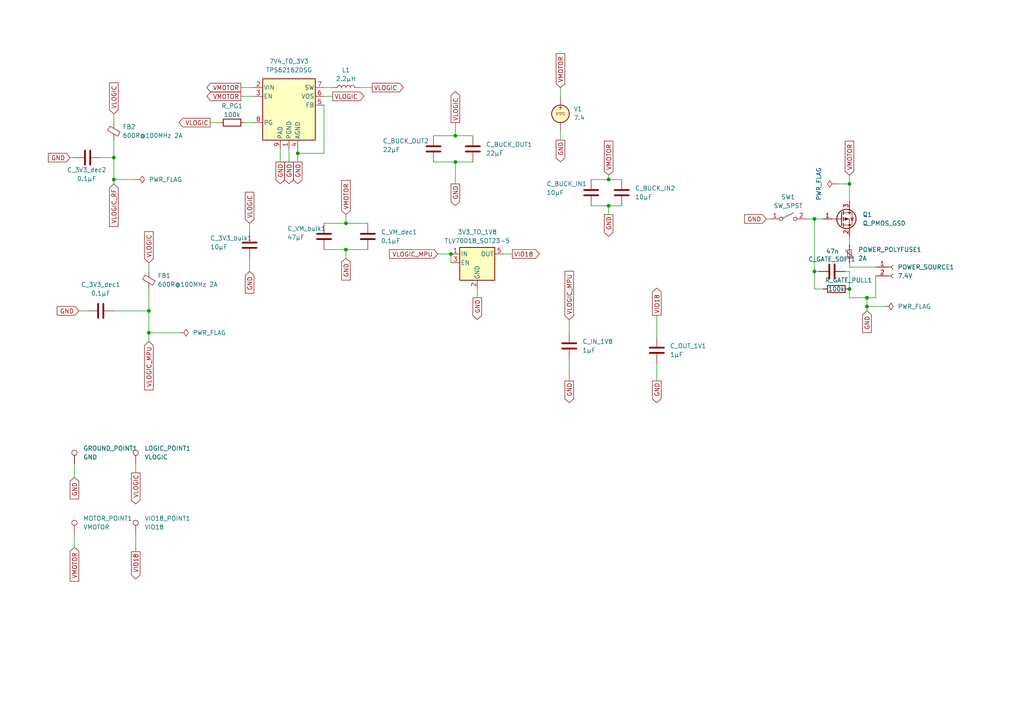
<source format=kicad_sch>
(kicad_sch (version 20250114) (generator "eeschema") (generator_version "9.0")
  (paper "A4")
  (lib_symbols
    (symbol "Connector:Conn_01x02_Socket" (pin_names (offset 1.016) (hide yes))
      (property "Reference" "J" (at 0 2.54 0))
      (property "Value" "Conn_01x02_Socket" (at 0 -5.08 0))
      (symbol "Conn_01x02_Socket_1_1"
        (polyline (pts (xy -1.27 0) (xy -0.508 0)) (stroke (width 0.1524)))
        (polyline (pts (xy -1.27 -2.54) (xy -0.508 -2.54)) (stroke (width 0.1524)))
        (arc (start 0 -0.508) (mid -0.5058 0) (end 0 0.508) (stroke (width 0.1524)))
        (arc (start 0 -3.048) (mid -0.5058 -2.54) (end 0 -2.032) (stroke (width 0.1524)))
        (pin passive line (at -5.08 0 0) (length 3.81) (name "Pin_1") (number "1"))
        (pin passive line (at -5.08 -2.54 0) (length 3.81) (name "Pin_2") (number "2"))
      )
    )
    (symbol "Connector:TestPoint" (pin_numbers (hide yes)) (pin_names (offset 0.762) (hide yes))
      (property "Reference" "TP" (at 0 6.858 0))
      (property "Value" "TestPoint" (at 0 5.08 0))
      (symbol "TestPoint_0_1"
        (circle (center 0 3.302) (radius 0.762))
      )
      (symbol "TestPoint_1_1"
        (pin passive line (at 0 0 90) (length 2.54) (name "1") (number "1"))
      )
    )
    (symbol "Device:C" (pin_numbers (hide yes)) (pin_names (offset 0.254))
      (property "Reference" "C" (at 0.635 2.54 0))
      (property "Value" "C" (at 0.635 -2.54 0))
      (symbol "C_0_1"
        (polyline (pts (xy -2.032 0.762) (xy 2.032 0.762)) (stroke (width 0.508)))
        (polyline (pts (xy -2.032 -0.762) (xy 2.032 -0.762)) (stroke (width 0.508)))
      )
      (symbol "C_1_1"
        (pin passive line (at 0 3.81 270) (length 2.794) (name "~") (number "1"))
        (pin passive line (at 0 -3.81 90) (length 2.794) (name "~") (number "2"))
      )
    )
    (symbol "Device:FerriteBead_Small" (pin_numbers (hide yes)) (pin_names (offset 0))
      (property "Reference" "FB" (at 1.905 1.27 0))
      (property "Value" "FerriteBead_Small" (at 1.905 -1.27 0))
      (symbol "FerriteBead_Small_0_1"
        (polyline (pts (xy -1.8288 0.2794) (xy -1.1176 1.4986) (xy 1.8288 -0.2032) (xy 1.1176 -1.4224) (xy -1.8288 0.2794)))
        (polyline (pts (xy 0 0.889) (xy 0 1.2954)))
        (polyline (pts (xy 0 -1.27) (xy 0 -0.7874)))
      )
      (symbol "FerriteBead_Small_1_1"
        (pin passive line (at 0 2.54 270) (length 1.27) (name "~") (number "1"))
        (pin passive line (at 0 -2.54 90) (length 1.27) (name "~") (number "2"))
      )
    )
    (symbol "Device:L" (pin_numbers (hide yes)) (pin_names (offset 1.016) (hide yes))
      (property "Reference" "L" (at -1.27 0 90))
      (property "Value" "L" (at 1.905 0 90))
      (symbol "L_0_1"
        (arc (start 0 2.54) (mid 0.6323 1.905) (end 0 1.27))
        (arc (start 0 1.27) (mid 0.6323 0.635) (end 0 0))
        (arc (start 0 0) (mid 0.6323 -0.635) (end 0 -1.27))
        (arc (start 0 -1.27) (mid 0.6323 -1.905) (end 0 -2.54))
      )
      (symbol "L_1_1"
        (pin passive line (at 0 3.81 270) (length 1.27) (name "1") (number "1"))
        (pin passive line (at 0 -3.81 90) (length 1.27) (name "2") (number "2"))
      )
    )
    (symbol "Device:Polyfuse_Small" (pin_numbers (hide yes)) (pin_names (offset 0))
      (property "Reference" "F" (at -1.905 0 90))
      (property "Value" "Polyfuse_Small" (at 1.905 0 90))
      (symbol "Polyfuse_Small_0_1"
        (polyline (pts (xy -1.016 1.27) (xy -1.016 0.762) (xy 1.016 -0.762) (xy 1.016 -1.27)))
        (rectangle (start -0.508 1.27) (end 0.508 -1.27))
        (polyline (pts (xy 0 2.54) (xy 0 -2.54)))
      )
      (symbol "Polyfuse_Small_1_1"
        (pin passive line (at 0 2.54 270) (length 0.635) (name "~") (number "1"))
        (pin passive line (at 0 -2.54 90) (length 0.635) (name "~") (number "2"))
      )
    )
    (symbol "Device:R" (pin_numbers (hide yes)) (pin_names (offset 0))
      (property "Reference" "R" (at 2.032 0 90))
      (property "Value" "R" (at 0 0 90))
      (symbol "R_0_1"
        (rectangle (start -1.016 -2.54) (end 1.016 2.54) (stroke (width 0.254)))
      )
      (symbol "R_1_1"
        (pin passive line (at 0 3.81 270) (length 1.27) (name "~") (number "1"))
        (pin passive line (at 0 -3.81 90) (length 1.27) (name "~") (number "2"))
      )
    )
    (symbol "Regulator_Linear:TLV70018_SOT23-5" (pin_names (offset 0.254))
      (property "Reference" "U" (at -3.81 5.715 0))
      (property "Value" "TLV70018_SOT23-5" (at 0 5.715 0))
      (symbol "TLV70018_SOT23-5_0_1"
        (rectangle (start -5.08 4.445) (end 5.08 -5.08) (stroke (width 0.254)) (fill (type background)))
      )
      (symbol "TLV70018_SOT23-5_1_1"
        (pin power_in line (at -7.62 2.54 0) (length 2.54) (name "IN") (number "1"))
        (pin input line (at -7.62 0 0) (length 2.54) (name "EN") (number "3"))
        (pin power_in line (at 0 -7.62 90) (length 2.54) (name "GND") (number "2"))
        (pin no_connect line (at 5.08 0 180) (length 2.54) (hide yes) (name "NC") (number "4"))
        (pin power_out line (at 7.62 2.54 180) (length 2.54) (name "OUT") (number "5"))
      )
    )
    (symbol "Regulator_Switching:TPS62162DSG" (pin_names (offset 0.254))
      (property "Reference" "U" (at -7.62 11.43 0))
      (property "Value" "TPS62162DSG" (at -1.27 11.43 0))
      (symbol "TPS62162DSG_0_1"
        (rectangle (start -7.62 10.16) (end 7.62 -7.62) (stroke (width 0.254)) (fill (type background)))
      )
      (symbol "TPS62162DSG_1_1"
        (pin power_in line (at -10.16 7.62 0) (length 2.54) (name "VIN") (number "2"))
        (pin input line (at -10.16 5.08 0) (length 2.54) (name "EN") (number "3"))
        (pin open_collector line (at -10.16 -2.54 0) (length 2.54) (name "PG") (number "8"))
        (pin power_in line (at -2.54 -10.16 90) (length 2.54) (name "PAD") (number "9"))
        (pin power_in line (at 0 -10.16 90) (length 2.54) (name "PGND") (number "1"))
        (pin power_in line (at 2.54 -10.16 90) (length 2.54) (name "AGND") (number "4"))
        (pin output line (at 10.16 7.62 180) (length 2.54) (name "SW") (number "7"))
        (pin input line (at 10.16 5.08 180) (length 2.54) (name "VOS") (number "6"))
        (pin input line (at 10.16 2.54 180) (length 2.54) (name "FB") (number "5"))
      )
    )
    (symbol "Simulation_SPICE:VDC" (pin_numbers (hide yes)) (pin_names (offset 0.0254))
      (property "Reference" "V" (at 2.54 2.54 0))
      (property "Value" "1" (at 2.54 0 0))
      (symbol "VDC_0_0"
        (polyline (pts (xy -1.27 0.254) (xy 1.27 0.254)))
        (polyline (pts (xy -0.762 -0.254) (xy -1.27 -0.254)))
        (polyline (pts (xy 0.254 -0.254) (xy -0.254 -0.254)))
        (polyline (pts (xy 1.27 -0.254) (xy 0.762 -0.254)))
        (text "+" (at 0 1.905 0) (effects (font (size 1.27 1.27))))
      )
      (symbol "VDC_0_1"
        (circle (center 0 0) (radius 2.54) (stroke (width 0.254)) (fill (type background)))
      )
      (symbol "VDC_1_1"
        (pin passive line (at 0 5.08 270) (length 2.54) (name "~") (number "1"))
        (pin passive line (at 0 -5.08 90) (length 2.54) (name "~") (number "2"))
      )
    )
    (symbol "Switch:SW_SPST" (pin_names (offset 0) (hide yes))
      (property "Reference" "SW" (at 0 3.175 0))
      (property "Value" "SW_SPST" (at 0 -2.54 0))
      (symbol "SW_SPST_0_0"
        (circle (center -2.032 0) (radius 0.508))
        (polyline (pts (xy -1.524 0.254) (xy 1.524 1.778)))
        (circle (center 2.032 0) (radius 0.508))
      )
      (symbol "SW_SPST_1_1"
        (pin passive line (at -5.08 0 0) (length 2.54) (name "A") (number "1"))
        (pin passive line (at 5.08 0 180) (length 2.54) (name "B") (number "2"))
      )
    )
    (symbol "Transistor_FET:Q_PMOS_GSD" (pin_names (offset 0) (hide yes))
      (property "Reference" "Q" (at 5.08 1.905 0))
      (property "Value" "Q_PMOS_GSD" (at 5.08 0 0))
      (symbol "Q_PMOS_GSD_0_1"
        (polyline (pts (xy 0.254 1.905) (xy 0.254 -1.905)) (stroke (width 0.254)))
        (polyline (pts (xy 0.254 0) (xy -2.54 0)))
        (polyline (pts (xy 0.762 2.286) (xy 0.762 1.27)) (stroke (width 0.254)))
        (polyline (pts (xy 0.762 1.778) (xy 3.302 1.778) (xy 3.302 -1.778) (xy 0.762 -1.778)))
        (polyline (pts (xy 0.762 0.508) (xy 0.762 -0.508)) (stroke (width 0.254)))
        (polyline (pts (xy 0.762 -1.27) (xy 0.762 -2.286)) (stroke (width 0.254)))
        (circle (center 1.651 0) (radius 2.794) (stroke (width 0.254)))
        (polyline (pts (xy 2.286 0) (xy 1.27 0.381) (xy 1.27 -0.381) (xy 2.286 0)) (fill (type outline)))
        (polyline (pts (xy 2.54 2.54) (xy 2.54 1.778)))
        (circle (center 2.54 1.778) (radius 0.254) (fill (type outline)))
        (circle (center 2.54 -1.778) (radius 0.254) (fill (type outline)))
        (polyline (pts (xy 2.54 -2.54) (xy 2.54 0) (xy 0.762 0)))
        (polyline (pts (xy 2.921 -0.381) (xy 3.683 -0.381)))
        (polyline (pts (xy 3.302 -0.381) (xy 2.921 0.254) (xy 3.683 0.254) (xy 3.302 -0.381)))
      )
      (symbol "Q_PMOS_GSD_1_1"
        (pin input line (at -5.08 0 0) (length 2.54) (name "G") (number "1"))
        (pin passive line (at 2.54 5.08 270) (length 2.54) (name "D") (number "3"))
        (pin passive line (at 2.54 -5.08 90) (length 2.54) (name "S") (number "2"))
      )
    )
    (symbol "power:PWR_FLAG" (power) (pin_numbers (hide yes)) (pin_names (offset 0) (hide yes))
      (property "Value" "PWR_FLAG" (at 0 3.81 0))
      (symbol "PWR_FLAG_0_0"
        (pin power_out line (at 0 0 90) (length 0) (name "~") (number "1"))
      )
      (symbol "PWR_FLAG_0_1"
        (polyline (pts (xy 0 0) (xy 0 1.27) (xy -1.016 1.905) (xy 0 2.54) (xy 1.016 1.905) (xy 0 1.27)))
      )
    )
  )
  (junction (at 33.02 52.07))
  (junction (at 246.38 83.82))
  (junction (at 86.36 44.45))
  (junction (at 251.46 88.9))
  (junction (at 43.18 90.17))
  (junction (at 176.53 59.69))
  (junction (at 246.38 53.34))
  (junction (at 251.46 86.36))
  (junction (at 100.33 72.39))
  (junction (at 132.08 39.37))
  (junction (at 100.33 64.77))
  (junction (at 132.08 46.99))
  (junction (at 33.02 45.72))
  (junction (at 43.18 96.52))
  (junction (at 236.22 78.74))
  (junction (at 236.22 63.5))
  (junction (at 176.53 52.07))
  (junction (at 130.81 73.66))
  (wire (pts (xy 242.57 53.34) (xy 246.38 53.34)))
  (wire (pts (xy 43.18 83.82) (xy 43.18 90.17)))
  (wire (pts (xy 162.56 25.4) (xy 162.56 27.94)))
  (wire (pts (xy 69.85 27.94) (xy 73.66 27.94)))
  (wire (pts (xy 43.18 96.52) (xy 43.18 99.06)))
  (wire (pts (xy 176.53 52.07) (xy 180.34 52.07)))
  (wire (pts (xy 93.98 44.45) (xy 86.36 44.45)))
  (wire (pts (xy 39.37 154.94) (xy 39.37 160.02)))
  (wire (pts (xy 162.56 38.1) (xy 162.56 40.64)))
  (wire (pts (xy 69.85 25.4) (xy 73.66 25.4)))
  (wire (pts (xy 21.59 154.94) (xy 21.59 158.75)))
  (wire (pts (xy 83.82 43.18) (xy 83.82 46.99)))
  (wire (pts (xy 21.59 134.62) (xy 21.59 138.43)))
  (wire (pts (xy 33.02 52.07) (xy 33.02 53.34)))
  (wire (pts (xy 190.5 91.44) (xy 190.5 97.79)))
  (wire (pts (xy 43.18 76.2) (xy 43.18 78.74)))
  (wire (pts (xy 100.33 64.77) (xy 106.68 64.77)))
  (wire (pts (xy 251.46 88.9) (xy 251.46 90.17)))
  (wire (pts (xy 71.12 35.56) (xy 73.66 35.56)))
  (wire (pts (xy 93.98 30.48) (xy 93.98 44.45)))
  (wire (pts (xy 246.38 83.82) (xy 246.38 86.36)))
  (wire (pts (xy 165.1 104.14) (xy 165.1 110.49)))
  (wire (pts (xy 254 86.36) (xy 251.46 86.36)))
  (wire (pts (xy 132.08 46.99) (xy 137.16 46.99)))
  (wire (pts (xy 246.38 86.36) (xy 251.46 86.36)))
  (wire (pts (xy 236.22 83.82) (xy 238.76 83.82)))
  (wire (pts (xy 251.46 86.36) (xy 251.46 88.9)))
  (wire (pts (xy 100.33 72.39) (xy 106.68 72.39)))
  (wire (pts (xy 190.5 105.41) (xy 190.5 110.49)))
  (wire (pts (xy 100.33 72.39) (xy 100.33 74.93)))
  (wire (pts (xy 104.14 25.4) (xy 107.95 25.4)))
  (wire (pts (xy 125.73 39.37) (xy 132.08 39.37)))
  (wire (pts (xy 52.07 96.52) (xy 43.18 96.52)))
  (wire (pts (xy 233.68 63.5) (xy 236.22 63.5)))
  (wire (pts (xy 33.02 90.17) (xy 43.18 90.17)))
  (wire (pts (xy 39.37 134.62) (xy 39.37 137.16)))
  (wire (pts (xy 236.22 63.5) (xy 236.22 78.74)))
  (wire (pts (xy 236.22 63.5) (xy 238.76 63.5)))
  (wire (pts (xy 236.22 78.74) (xy 237.49 78.74)))
  (wire (pts (xy 246.38 68.58) (xy 246.38 71.12)))
  (wire (pts (xy 245.11 78.74) (xy 246.38 78.74)))
  (wire (pts (xy 125.73 46.99) (xy 132.08 46.99)))
  (wire (pts (xy 93.98 25.4) (xy 96.52 25.4)))
  (wire (pts (xy 72.39 64.77) (xy 72.39 67.31)))
  (wire (pts (xy 93.98 64.77) (xy 100.33 64.77)))
  (wire (pts (xy 86.36 43.18) (xy 86.36 44.45)))
  (wire (pts (xy 132.08 46.99) (xy 132.08 53.34)))
  (wire (pts (xy 93.98 27.94) (xy 96.52 27.94)))
  (wire (pts (xy 33.02 52.07) (xy 39.37 52.07)))
  (wire (pts (xy 246.38 53.34) (xy 246.38 58.42)))
  (wire (pts (xy 222.25 63.5) (xy 223.52 63.5)))
  (wire (pts (xy 246.38 53.34) (xy 246.38 50.8)))
  (wire (pts (xy 176.53 59.69) (xy 176.53 62.23)))
  (wire (pts (xy 33.02 40.64) (xy 33.02 45.72)))
  (wire (pts (xy 146.05 73.66) (xy 148.59 73.66)))
  (wire (pts (xy 138.43 83.82) (xy 138.43 86.36)))
  (wire (pts (xy 127 73.66) (xy 130.81 73.66)))
  (wire (pts (xy 176.53 59.69) (xy 180.34 59.69)))
  (wire (pts (xy 246.38 76.2) (xy 246.38 77.47)))
  (wire (pts (xy 100.33 62.23) (xy 100.33 64.77)))
  (wire (pts (xy 20.32 45.72) (xy 21.59 45.72)))
  (wire (pts (xy 81.28 43.18) (xy 81.28 46.99)))
  (wire (pts (xy 33.02 33.02) (xy 33.02 35.56)))
  (wire (pts (xy 171.45 59.69) (xy 176.53 59.69)))
  (wire (pts (xy 165.1 92.71) (xy 165.1 96.52)))
  (wire (pts (xy 176.53 50.8) (xy 176.53 52.07)))
  (wire (pts (xy 60.96 35.56) (xy 63.5 35.56)))
  (wire (pts (xy 246.38 78.74) (xy 246.38 83.82)))
  (wire (pts (xy 93.98 72.39) (xy 100.33 72.39)))
  (wire (pts (xy 251.46 88.9) (xy 256.54 88.9)))
  (wire (pts (xy 33.02 45.72) (xy 33.02 52.07)))
  (wire (pts (xy 22.86 90.17) (xy 25.4 90.17)))
  (wire (pts (xy 86.36 44.45) (xy 86.36 46.99)))
  (wire (pts (xy 130.81 73.66) (xy 130.81 76.2)))
  (wire (pts (xy 171.45 52.07) (xy 176.53 52.07)))
  (wire (pts (xy 254 80.01) (xy 254 86.36)))
  (wire (pts (xy 29.21 45.72) (xy 33.02 45.72)))
  (wire (pts (xy 236.22 78.74) (xy 236.22 83.82)))
  (wire (pts (xy 72.39 74.93) (xy 72.39 78.74)))
  (wire (pts (xy 246.38 77.47) (xy 254 77.47)))
  (wire (pts (xy 132.08 35.56) (xy 132.08 39.37)))
  (wire (pts (xy 132.08 39.37) (xy 137.16 39.37)))
  (wire (pts (xy 43.18 90.17) (xy 43.18 96.52)))
  (global_label "VMOTOR" (shape input) (at 21.59 158.75 270) (property "Intersheetrefs" "${INTERSHEET_REFS}" (effects (hide yes))))
  (global_label "GND" (shape output) (at 81.28 46.99 270) (property "Intersheetrefs" "${INTERSHEET_REFS}" (effects (hide yes))))
  (global_label "VLOGIC_MPU" (shape input) (at 127 73.66 180) (property "Intersheetrefs" "${INTERSHEET_REFS}" (effects (hide yes))))
  (global_label "VLOGIC_MPU" (shape input) (at 165.1 92.71 90) (property "Intersheetrefs" "${INTERSHEET_REFS}" (effects (hide yes))))
  (global_label "GND" (shape output) (at 132.08 53.34 270) (property "Intersheetrefs" "${INTERSHEET_REFS}" (effects (hide yes))))
  (global_label "VLOGIC" (shape output) (at 39.37 137.16 270) (property "Intersheetrefs" "${INTERSHEET_REFS}" (effects (hide yes))))
  (global_label "VLOGIC_MPU" (shape input) (at 43.18 99.06 270) (property "Intersheetrefs" "${INTERSHEET_REFS}" (effects (hide yes))))
  (global_label "GND" (shape input) (at 251.46 90.17 270) (property "Intersheetrefs" "${INTERSHEET_REFS}" (effects (hide yes))))
  (global_label "GND" (shape output) (at 176.53 62.23 270) (property "Intersheetrefs" "${INTERSHEET_REFS}" (effects (hide yes))))
  (global_label "VMOTOR" (shape output) (at 69.85 27.94 180) (property "Intersheetrefs" "${INTERSHEET_REFS}" (effects (hide yes))))
  (global_label "VLOGIC" (shape input) (at 33.02 33.02 90) (property "Intersheetrefs" "${INTERSHEET_REFS}" (effects (hide yes))))
  (global_label "VLOGIC_RF" (shape input) (at 33.02 53.34 270) (property "Intersheetrefs" "${INTERSHEET_REFS}" (effects (hide yes))))
  (global_label "GND" (shape output) (at 138.43 86.36 270) (property "Intersheetrefs" "${INTERSHEET_REFS}" (effects (hide yes))))
  (global_label "GND" (shape input) (at 100.33 74.93 270) (property "Intersheetrefs" "${INTERSHEET_REFS}" (effects (hide yes))))
  (global_label "GND" (shape input) (at 222.25 63.5 180) (property "Intersheetrefs" "${INTERSHEET_REFS}" (effects (hide yes))))
  (global_label "VMOTOR" (shape output) (at 69.85 25.4 180) (property "Intersheetrefs" "${INTERSHEET_REFS}" (effects (hide yes))))
  (global_label "VLOGIC" (shape output) (at 60.96 35.56 180) (property "Intersheetrefs" "${INTERSHEET_REFS}" (effects (hide yes))))
  (global_label "VIO18" (shape output) (at 148.59 73.66 0) (property "Intersheetrefs" "${INTERSHEET_REFS}" (effects (hide yes))))
  (global_label "VLOGIC" (shape output) (at 107.95 25.4 0) (property "Intersheetrefs" "${INTERSHEET_REFS}" (effects (hide yes))))
  (global_label "GND" (shape output) (at 165.1 110.49 270) (property "Intersheetrefs" "${INTERSHEET_REFS}" (effects (hide yes))))
  (global_label "VIO18" (shape output) (at 39.37 160.02 270) (property "Intersheetrefs" "${INTERSHEET_REFS}" (effects (hide yes))))
  (global_label "GND" (shape output) (at 83.82 46.99 270) (property "Intersheetrefs" "${INTERSHEET_REFS}" (effects (hide yes))))
  (global_label "GND" (shape output) (at 86.36 46.99 270) (property "Intersheetrefs" "${INTERSHEET_REFS}" (effects (hide yes))))
  (global_label "VIO18" (shape output) (at 190.5 91.44 90) (property "Intersheetrefs" "${INTERSHEET_REFS}" (effects (hide yes))))
  (global_label "VLOGIC" (shape input) (at 72.39 64.77 90) (property "Intersheetrefs" "${INTERSHEET_REFS}" (effects (hide yes))))
  (global_label "VLOGIC" (shape input) (at 43.18 76.2 90) (property "Intersheetrefs" "${INTERSHEET_REFS}" (effects (hide yes))))
  (global_label "VLOGIC" (shape output) (at 132.08 35.56 90) (property "Intersheetrefs" "${INTERSHEET_REFS}" (effects (hide yes))))
  (global_label "GND" (shape input) (at 22.86 90.17 180) (property "Intersheetrefs" "${INTERSHEET_REFS}" (effects (hide yes))))
  (global_label "GND" (shape output) (at 162.56 40.64 270) (property "Intersheetrefs" "${INTERSHEET_REFS}" (effects (hide yes))))
  (global_label "VMOTOR" (shape input) (at 100.33 62.23 90) (property "Intersheetrefs" "${INTERSHEET_REFS}" (effects (hide yes))))
  (global_label "GND" (shape output) (at 190.5 110.49 270) (property "Intersheetrefs" "${INTERSHEET_REFS}" (effects (hide yes))))
  (global_label "VLOGIC" (shape output) (at 96.52 27.94 0) (property "Intersheetrefs" "${INTERSHEET_REFS}" (effects (hide yes))))
  (global_label "VMOTOR" (shape input) (at 162.56 25.4 90) (property "Intersheetrefs" "${INTERSHEET_REFS}" (effects (hide yes))))
  (global_label "GND" (shape input) (at 21.59 138.43 270) (property "Intersheetrefs" "${INTERSHEET_REFS}" (effects (hide yes))))
  (global_label "VMOTOR" (shape input) (at 246.38 50.8 90) (property "Intersheetrefs" "${INTERSHEET_REFS}" (effects (hide yes))))
  (global_label "GND" (shape input) (at 20.32 45.72 180) (property "Intersheetrefs" "${INTERSHEET_REFS}" (effects (hide yes))))
  (global_label "VMOTOR" (shape input) (at 176.53 50.8 90) (property "Intersheetrefs" "${INTERSHEET_REFS}" (effects (hide yes))))
  (global_label "GND" (shape input) (at 72.39 78.74 270) (property "Intersheetrefs" "${INTERSHEET_REFS}" (effects (hide yes))))
  (symbol (lib_id "Device:C") (at 190.5 101.6 0) (unit 1)
    (property "Reference" "C_OUT_1V1" (at 194.31 100.3299 0) (effects (justify left)))
    (property "Value" "1µF" (at 194.31 102.8699 0) (effects (justify left)))
    (property "Footprint" "Capacitor_SMD:C_0603_1608Metric" (effects (hide yes)))
    (property "Description" "Unpolarized capacitor" (effects (hide yes)))
  )
  (symbol (lib_id "Device:C") (at 180.34 55.88 0) (unit 1)
    (property "Reference" "C_BUCK_IN2" (at 184.15 54.6099 0) (effects (justify left)))
    (property "Value" "10µF" (at 184.15 57.1499 0) (effects (justify left)))
    (property "Footprint" "Capacitor_SMD:C_0805_2012Metric" (effects (hide yes)))
    (property "Description" "Unpolarized capacitor" (effects (hide yes)))
  )
  (symbol (lib_id "Device:C") (at 241.3 78.74 270) (unit 1)
    (property "Reference" "C_GATE_SOFT1" (at 248.158 75.184 90) (effects (justify right)))
    (property "Value" "47n" (at 243.332 72.898 90) (effects (justify right)))
    (property "Footprint" "Capacitor_SMD:C_0805_2012Metric" (effects (hide yes)))
    (property "Description" "Unpolarized capacitor" (effects (hide yes)))
  )
  (symbol (lib_id "Device:C") (at 137.16 43.18 0) (unit 1)
    (property "Reference" "C_BUCK_OUT1" (at 140.97 41.9099 0) (effects (justify left)))
    (property "Value" "22µF" (at 140.97 44.4499 0) (effects (justify left)))
    (property "Footprint" "Capacitor_SMD:C_0805_2012Metric" (effects (hide yes)))
    (property "Description" "Unpolarized capacitor" (effects (hide yes)))
  )
  (symbol (lib_id "Device:C") (at 125.73 43.18 0) (unit 1)
    (property "Reference" "C_BUCK_OUT2" (at 110.998 40.894 0) (effects (justify left)))
    (property "Value" "22µF" (at 110.998 43.434 0) (effects (justify left)))
    (property "Footprint" "Capacitor_SMD:C_0805_2012Metric" (effects (hide yes)))
    (property "Description" "Unpolarized capacitor" (effects (hide yes)))
  )
  (symbol (lib_id "Regulator_Linear:TLV70018_SOT23-5") (at 138.43 76.2 0) (unit 1)
    (property "Reference" "3V3_TO_1V8" (at 138.43 67.31 0))
    (property "Value" "TLV70018_SOT23-5" (at 138.43 69.85 0))
    (property "Footprint" "Package_TO_SOT_SMD:SOT-23-5" (effects (hide yes)))
    (property "Datasheet" "http://www.ti.com/lit/ds/symlink/tlv700.pdf" (effects (hide yes)))
    (property "Description" "200mA Low Dropout Voltage Regulator, Fixed Output 1.8V, SOT-23-5" (effects (hide yes)))
    (property "Sim.Library" "/Users/msk-hq-nb-1221/pcb/multivibrator/magnitrometr/sim/models/tlv70018_avg5.lib" (effects (hide yes)))
    (property "Sim.Name" "TLV70018_AVG_5P" (effects (hide yes)))
    (property "Sim.Device" "SUBCKT" (effects (hide yes)))
    (property "Sim.Pins" "1=IN 2=GND 3=EN 4=NC 5=OUT" (effects (hide yes)))
  )
  (symbol (lib_id "Device:L") (at 100.33 25.4 90) (unit 1)
    (property "Reference" "L1" (at 100.33 20.32 90))
    (property "Value" "2.2µH" (at 100.33 22.86 90))
    (property "Footprint" "Inductor_SMD:L_1008_2520Metric" (effects (hide yes)))
    (property "Description" "Inductor" (effects (hide yes)))
  )
  (symbol (lib_id "Device:FerriteBead_Small") (at 33.02 38.1 0) (unit 1)
    (property "Reference" "FB2" (at 35.56 36.7918 0) (effects (justify left)))
    (property "Value" "600R@100MHz 2A" (at 35.56 39.3318 0) (effects (justify left)))
    (property "Footprint" "Inductor_SMD:L_0805_2012Metric" (effects (hide yes)))
    (property "Description" "Ferrite bead, small symbol" (effects (hide yes)))
    (property "Sim.Library" "/Users/msk-hq-nb-1221/pcb/multivibrator/magnitrometr/sim/models/fbead_600.lib" (effects (hide yes)))
    (property "Sim.Name" "FBEAD" (effects (hide yes)))
    (property "Sim.Device" "SUBCKT" (effects (hide yes)))
    (property "Sim.Pins" "1=P 2=N" (effects (hide yes)))
  )
  (symbol (lib_id "Device:R") (at 67.31 35.56 90) (unit 1)
    (property "Reference" "R_PG1" (at 67.31 30.734 90))
    (property "Value" "100k" (at 67.31 33.274 90))
    (property "Footprint" "Resistor_SMD:R_0603_1608Metric" (effects (hide yes)))
    (property "Description" "Resistor" (effects (hide yes)))
  )
  (symbol (lib_id "Device:FerriteBead_Small") (at 43.18 81.28 0) (unit 1)
    (property "Reference" "FB1" (at 45.72 79.9718 0) (effects (justify left)))
    (property "Value" "600R@100MHz 2A" (at 45.72 82.5118 0) (effects (justify left)))
    (property "Footprint" "Inductor_SMD:L_0805_2012Metric" (effects (hide yes)))
    (property "Description" "Ferrite bead, small symbol" (effects (hide yes)))
    (property "Sim.Library" "/Users/msk-hq-nb-1221/pcb/multivibrator/magnitrometr/sim/models/fbead_600.lib" (effects (hide yes)))
    (property "Sim.Name" "FBEAD" (effects (hide yes)))
    (property "Sim.Device" "SUBCKT" (effects (hide yes)))
    (property "Sim.Pins" "1=P 2=N" (effects (hide yes)))
  )
  (symbol (lib_id "Device:C") (at 93.98 68.58 0) (unit 1)
    (property "Reference" "C_VM_bulk1" (at 83.312 66.294 0) (effects (justify left)))
    (property "Value" "47µF" (at 83.312 68.834 0) (effects (justify left)))
    (property "Footprint" "Capacitor_SMD:CP_Elec_5x5.8" (effects (hide yes)))
    (property "Description" "Unpolarized capacitor" (effects (hide yes)))
  )
  (symbol (lib_id "power:PWR_FLAG") (at 256.54 88.9 270) (unit 1)
    (property "Reference" "#FLG01" (effects (hide yes)))
    (property "Value" "PWR_FLAG" (at 260.35 88.8999 90) (effects (justify left)))
    (property "Description" "Special symbol for telling ERC where power comes from" (effects (hide yes)))
  )
  (symbol (lib_id "Device:C") (at 25.4 45.72 270) (unit 1)
    (property "Reference" "C_3V3_dec2" (at 25.146 49.276 90))
    (property "Value" "0.1µF" (at 25.146 51.816 90))
    (property "Footprint" "Capacitor_SMD:C_0603_1608Metric" (effects (hide yes)))
    (property "Description" "Unpolarized capacitor" (effects (hide yes)))
  )
  (symbol (lib_id "Device:C") (at 106.68 68.58 0) (unit 1)
    (property "Reference" "C_VM_dec1" (at 110.49 67.3099 0) (effects (justify left)))
    (property "Value" "0.1µF" (at 110.49 69.8499 0) (effects (justify left)))
    (property "Footprint" "Capacitor_SMD:C_0603_1608Metric" (effects (hide yes)))
    (property "Description" "Unpolarized capacitor" (effects (hide yes)))
  )
  (symbol (lib_id "Device:R") (at 242.57 83.82 270) (unit 1)
    (property "Reference" "R_GATE_PULL1" (at 246.126 81.28 90))
    (property "Value" "100k" (at 242.57 83.82 90))
    (property "Footprint" "Resistor_SMD:R_0612_1632Metric" (effects (hide yes)))
    (property "Description" "Resistor" (effects (hide yes)))
  )
  (symbol (lib_id "Device:C") (at 165.1 100.33 0) (unit 1)
    (property "Reference" "C_IN_1V8" (at 168.91 99.0599 0) (effects (justify left)))
    (property "Value" "1µF" (at 168.91 101.5999 0) (effects (justify left)))
    (property "Footprint" "Capacitor_SMD:C_0603_1608Metric" (effects (hide yes)))
    (property "Description" "Unpolarized capacitor" (effects (hide yes)))
  )
  (symbol (lib_id "power:PWR_FLAG") (at 52.07 96.52 270) (mirror x) (unit 1)
    (property "Reference" "#FLG03" (effects (hide yes)))
    (property "Value" "PWR_FLAG" (at 55.88 96.52 90) (effects (justify left)))
    (property "Description" "Special symbol for telling ERC where power comes from" (effects (hide yes)))
  )
  (symbol (lib_id "Switch:SW_SPST") (at 228.6 63.5 0) (unit 1) (exclude_from_sim yes)
    (property "Reference" "SW1" (at 228.6 57.15 0))
    (property "Value" "SW_SPST" (at 228.6 59.69 0))
    (property "Footprint" "Button_Switch_SMD:SW_SPDT_PCM12" (effects (hide yes)))
    (property "Description" "Single Pole Single Throw (SPST) switch" (effects (hide yes)))
  )
  (symbol (lib_id "Transistor_FET:Q_PMOS_GSD") (at 243.84 63.5 0) (unit 1) (exclude_from_sim yes)
    (property "Reference" "Q1" (at 250.19 62.2299 0) (effects (justify left)))
    (property "Value" "Q_PMOS_GSD" (at 250.19 64.7699 0) (effects (justify left)))
    (property "Footprint" "Package_TO_SOT_SMD:SOT-23" (effects (hide yes)))
    (property "Description" "P-MOSFET transistor, gate/source/drain" (effects (hide yes)))
  )
  (symbol (lib_id "Regulator_Switching:TPS62162DSG") (at 83.82 33.02 0) (unit 1)
    (property "Reference" "7V4_TO_3V3" (at 83.82 17.78 0))
    (property "Value" "TPS62162DSG" (at 83.82 20.32 0))
    (property "Footprint" "Package_SON:WSON-8-1EP_2x2mm_P0.5mm_EP0.9x1.6mm_ThermalVias" (effects (hide yes)))
    (property "Datasheet" "http://www.ti.com/lit/ds/symlink/tps62160.pdf" (effects (hide yes)))
    (property "Description" "1A Step-Down Converter with DCS-Control, fixed 3.3V output, 3-17V input voltage, WSON-8" (effects (hide yes)))
    (property "Sim.Library" "/Users/msk-hq-nb-1221/pcb/multivibrator/magnitrometr/sim/models/tps62162_avg.lib" (effects (hide yes)))
    (property "Sim.Name" "TPS62162_AVG_FIXED_KICAD" (effects (hide yes)))
    (property "Sim.Device" "SUBCKT" (effects (hide yes)))
    (property "Sim.Pins" "1=PGND 2=VIN 3=EN 4=AGND 5=FB 6=VOS 7=SW 8=PG 9=PAD" (effects (hide yes)))
  )
  (symbol (lib_id "Connector:TestPoint") (at 39.37 154.94 0) (unit 1) (exclude_from_sim yes)
    (property "Reference" "VIO18_POINT1" (at 41.91 150.3679 0) (effects (justify left)))
    (property "Value" "VIO18" (at 41.91 152.9079 0) (effects (justify left)))
    (property "Footprint" "TestPoint:TestPoint_Pad_1.0x1.0mm" (effects (hide yes)))
    (property "Description" "test point" (effects (hide yes)))
  )
  (symbol (lib_id "Connector:TestPoint") (at 39.37 134.62 0) (unit 1) (exclude_from_sim yes)
    (property "Reference" "LOGIC_POINT1" (at 41.91 130.0479 0) (effects (justify left)))
    (property "Value" "VLOGIC" (at 41.91 132.5879 0) (effects (justify left)))
    (property "Footprint" "TestPoint:TestPoint_Pad_1.0x1.0mm" (effects (hide yes)))
    (property "Description" "test point" (effects (hide yes)))
  )
  (symbol (lib_id "power:PWR_FLAG") (at 39.37 52.07 270) (unit 1)
    (property "Reference" "#FLG04" (effects (hide yes)))
    (property "Value" "PWR_FLAG" (at 43.18 52.0699 90) (effects (justify left)))
    (property "Description" "Special symbol for telling ERC where power comes from" (effects (hide yes)))
  )
  (symbol (lib_id "Connector:Conn_01x02_Socket") (at 259.08 77.47 0) (unit 1) (exclude_from_sim yes)
    (property "Reference" "POWER_SOURCE1" (at 260.35 77.4699 0) (effects (justify left)))
    (property "Value" "7.4V" (at 260.35 80.0099 0) (effects (justify left)))
    (property "Footprint" "TerminalBlock:TerminalBlock_bornier-2_P5.08mm" (effects (hide yes)))
    (property "Description" "Generic connector, single row, 01x02, script generated" (effects (hide yes)))
  )
  (symbol (lib_id "power:PWR_FLAG") (at 242.57 53.34 90) (unit 1)
    (property "Reference" "#FLG02" (effects (hide yes)))
    (property "Value" "PWR_FLAG" (at 237.49 53.34 0))
    (property "Description" "Special symbol for telling ERC where power comes from" (effects (hide yes)))
  )
  (symbol (lib_id "Connector:TestPoint") (at 21.59 134.62 0) (unit 1) (exclude_from_sim yes)
    (property "Reference" "GROUND_POINT1" (at 24.13 130.0479 0) (effects (justify left)))
    (property "Value" "GND" (at 24.13 132.5879 0) (effects (justify left)))
    (property "Footprint" "TestPoint:TestPoint_Pad_1.0x1.0mm" (effects (hide yes)))
    (property "Description" "test point" (effects (hide yes)))
  )
  (symbol (lib_id "Device:Polyfuse_Small") (at 246.38 73.66 0) (unit 1) (exclude_from_sim yes)
    (property "Reference" "POWER_POLYFUSE1" (at 248.92 72.3899 0) (effects (justify left)))
    (property "Value" "2A" (at 248.92 74.9299 0) (effects (justify left)))
    (property "Footprint" "Fuse:Fuse_Bourns_MF-RHT200" (effects (hide yes)))
    (property "Description" "Resettable fuse, polymeric positive temperature coefficient, small symbol" (effects (hide yes)))
  )
  (symbol (lib_id "Connector:TestPoint") (at 21.59 154.94 0) (unit 1) (exclude_from_sim yes)
    (property "Reference" "MOTOR_POINT1" (at 24.13 150.3679 0) (effects (justify left)))
    (property "Value" "VMOTOR" (at 24.13 152.9079 0) (effects (justify left)))
    (property "Footprint" "TestPoint:TestPoint_Pad_1.0x1.0mm" (effects (hide yes)))
    (property "Description" "test point" (effects (hide yes)))
  )
  (symbol (lib_id "Device:C") (at 72.39 71.12 0) (unit 1)
    (property "Reference" "C_3V3_bulk1" (at 60.96 69.088 0) (effects (justify left)))
    (property "Value" "10µF" (at 60.96 71.628 0) (effects (justify left)))
    (property "Footprint" "Capacitor_SMD:C_0805_2012Metric" (effects (hide yes)))
    (property "Description" "Unpolarized capacitor" (effects (hide yes)))
  )
  (symbol (lib_id "Device:C") (at 171.45 55.88 0) (unit 1)
    (property "Reference" "C_BUCK_IN1" (at 158.496 53.34 0) (effects (justify left)))
    (property "Value" "10µF" (at 158.496 55.88 0) (effects (justify left)))
    (property "Footprint" "Capacitor_SMD:C_0805_2012Metric" (effects (hide yes)))
    (property "Description" "Unpolarized capacitor" (effects (hide yes)))
  )
  (symbol (lib_id "Device:C") (at 29.21 90.17 270) (unit 1)
    (property "Reference" "C_3V3_dec1" (at 29.21 82.55 90))
    (property "Value" "0.1µF" (at 29.21 85.09 90))
    (property "Footprint" "Capacitor_SMD:C_0603_1608Metric" (effects (hide yes)))
    (property "Description" "Unpolarized capacitor" (effects (hide yes)))
  )
  (symbol (lib_id "Simulation_SPICE:VDC") (at 162.56 33.02 0) (unit 1) (in_bom no) (on_board no)
    (property "Reference" "V1" (at 166.37 31.6201 0) (effects (justify left)))
    (property "Value" "7.4" (at 166.37 34.1601 0) (effects (justify left)))
    (property "Datasheet" "https://ngspice.sourceforge.io/docs/ngspice-html-manual/manual.xhtml#sec_Independent_Sources_for" (effects (hide yes)))
    (property "Description" "Voltage source, DC" (effects (hide yes)))
    (property "Sim.Pins" "1=+ 2=-" (effects (hide yes)))
    (property "Sim.Type" "DC" (effects (hide yes)))
    (property "Sim.Device" "V" (effects (hide yes)))
  )
)
</source>
